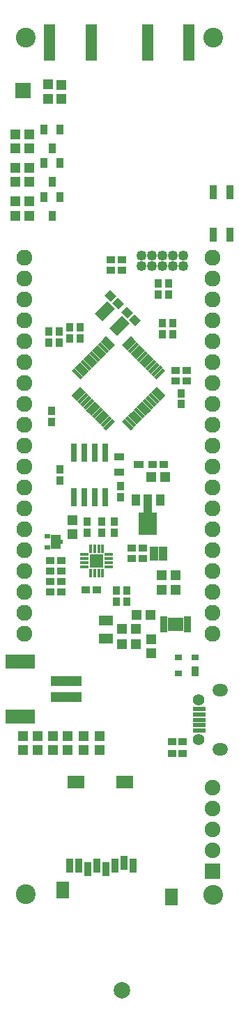
<source format=gbr>
G04 #@! TF.FileFunction,Soldermask,Top*
%FSLAX46Y46*%
G04 Gerber Fmt 4.6, Leading zero omitted, Abs format (unit mm)*
G04 Created by KiCad (PCBNEW 4.0.6) date 06/09/17 16:27:28*
%MOMM*%
%LPD*%
G01*
G04 APERTURE LIST*
%ADD10C,0.100000*%
%ADD11R,0.901700X1.701800*%
%ADD12R,2.001520X1.602740*%
%ADD13R,1.602740X2.103120*%
%ADD14O,1.930400X1.930400*%
%ADD15R,1.003200X0.853200*%
%ADD16R,1.553200X0.603200*%
%ADD17C,1.403200*%
%ADD18O,1.903200X1.503200*%
%ADD19R,1.003200X1.403200*%
%ADD20R,1.003200X2.403200*%
%ADD21R,2.203200X2.703200*%
%ADD22R,0.803200X2.203200*%
%ADD23R,0.903200X1.203200*%
%ADD24R,0.903200X0.803200*%
%ADD25R,1.703200X1.203200*%
%ADD26R,0.903200X1.103200*%
%ADD27R,1.103200X0.903200*%
%ADD28C,2.403200*%
%ADD29O,1.253200X1.253200*%
%ADD30R,1.303200X1.203200*%
%ADD31R,0.700000X0.600000*%
%ADD32R,1.300000X1.800000*%
%ADD33R,0.450000X0.600000*%
%ADD34R,3.703200X1.203200*%
%ADD35R,3.603200X1.703200*%
%ADD36R,1.203200X1.303200*%
%ADD37R,1.253200X0.853200*%
%ADD38R,0.890000X0.890000*%
%ADD39R,0.420000X0.990000*%
%ADD40R,0.990000X0.420000*%
%ADD41R,0.990000X0.440000*%
%ADD42R,1.473200X4.403200*%
%ADD43R,1.903200X1.903200*%
%ADD44O,1.903200X1.903200*%
%ADD45R,0.903200X1.653200*%
%ADD46R,0.853200X1.253200*%
%ADD47R,0.953200X0.503200*%
%ADD48R,1.078200X0.928200*%
%ADD49C,2.000000*%
G04 APERTURE END LIST*
D10*
D11*
X14499220Y-23137520D03*
X13399400Y-22738740D03*
X12299580Y-23137520D03*
X11199760Y-23538840D03*
X10099940Y-23137520D03*
X8997580Y-23538840D03*
X7897760Y-23137520D03*
X6797940Y-23137520D03*
D12*
X7498980Y-12939420D03*
X13498460Y-12939420D03*
D13*
X5898780Y-26038200D03*
X19099160Y-26939900D03*
D14*
X24130000Y17780000D03*
X24130000Y20320000D03*
X24130000Y22860000D03*
X24130000Y25400000D03*
X24130000Y50800000D03*
X24130000Y48260000D03*
X24130000Y45720000D03*
X24130000Y43180000D03*
X24130000Y40640000D03*
X24130000Y38100000D03*
X24130000Y35560000D03*
X24130000Y33020000D03*
X24130000Y30480000D03*
X24130000Y27940000D03*
X24130000Y15240000D03*
X24130000Y12700000D03*
X24130000Y10160000D03*
X24130000Y7620000D03*
X24130000Y5080000D03*
D10*
G36*
X10876937Y40951689D02*
X11197398Y41272150D01*
X12260321Y40209227D01*
X11939860Y39888766D01*
X10876937Y40951689D01*
X10876937Y40951689D01*
G37*
G36*
X10523384Y40598136D02*
X10843845Y40918597D01*
X11906768Y39855674D01*
X11586307Y39535213D01*
X10523384Y40598136D01*
X10523384Y40598136D01*
G37*
G36*
X10169830Y40244582D02*
X10490291Y40565043D01*
X11553214Y39502120D01*
X11232753Y39181659D01*
X10169830Y40244582D01*
X10169830Y40244582D01*
G37*
G36*
X9816277Y39891029D02*
X10136738Y40211490D01*
X11199661Y39148567D01*
X10879200Y38828106D01*
X9816277Y39891029D01*
X9816277Y39891029D01*
G37*
G36*
X9462724Y39537476D02*
X9783185Y39857937D01*
X10846108Y38795014D01*
X10525647Y38474553D01*
X9462724Y39537476D01*
X9462724Y39537476D01*
G37*
G36*
X9109170Y39183922D02*
X9429631Y39504383D01*
X10492554Y38441460D01*
X10172093Y38120999D01*
X9109170Y39183922D01*
X9109170Y39183922D01*
G37*
G36*
X8755617Y38830369D02*
X9076078Y39150830D01*
X10139001Y38087907D01*
X9818540Y37767446D01*
X8755617Y38830369D01*
X8755617Y38830369D01*
G37*
G36*
X8402063Y38476815D02*
X8722524Y38797276D01*
X9785447Y37734353D01*
X9464986Y37413892D01*
X8402063Y38476815D01*
X8402063Y38476815D01*
G37*
G36*
X8048510Y38123262D02*
X8368971Y38443723D01*
X9431894Y37380800D01*
X9111433Y37060339D01*
X8048510Y38123262D01*
X8048510Y38123262D01*
G37*
G36*
X7694957Y37769709D02*
X8015418Y38090170D01*
X9078341Y37027247D01*
X8757880Y36706786D01*
X7694957Y37769709D01*
X7694957Y37769709D01*
G37*
G36*
X7341403Y37416155D02*
X7661864Y37736616D01*
X8724787Y36673693D01*
X8404326Y36353232D01*
X7341403Y37416155D01*
X7341403Y37416155D01*
G37*
G36*
X6987850Y37062602D02*
X7308311Y37383063D01*
X8371234Y36320140D01*
X8050773Y35999679D01*
X6987850Y37062602D01*
X6987850Y37062602D01*
G37*
G36*
X7308311Y33736937D02*
X6987850Y34057398D01*
X8050773Y35120321D01*
X8371234Y34799860D01*
X7308311Y33736937D01*
X7308311Y33736937D01*
G37*
G36*
X7661864Y33383384D02*
X7341403Y33703845D01*
X8404326Y34766768D01*
X8724787Y34446307D01*
X7661864Y33383384D01*
X7661864Y33383384D01*
G37*
G36*
X8015418Y33029830D02*
X7694957Y33350291D01*
X8757880Y34413214D01*
X9078341Y34092753D01*
X8015418Y33029830D01*
X8015418Y33029830D01*
G37*
G36*
X8368971Y32676277D02*
X8048510Y32996738D01*
X9111433Y34059661D01*
X9431894Y33739200D01*
X8368971Y32676277D01*
X8368971Y32676277D01*
G37*
G36*
X8722524Y32322724D02*
X8402063Y32643185D01*
X9464986Y33706108D01*
X9785447Y33385647D01*
X8722524Y32322724D01*
X8722524Y32322724D01*
G37*
G36*
X9076078Y31969170D02*
X8755617Y32289631D01*
X9818540Y33352554D01*
X10139001Y33032093D01*
X9076078Y31969170D01*
X9076078Y31969170D01*
G37*
G36*
X9429631Y31615617D02*
X9109170Y31936078D01*
X10172093Y32999001D01*
X10492554Y32678540D01*
X9429631Y31615617D01*
X9429631Y31615617D01*
G37*
G36*
X9783185Y31262063D02*
X9462724Y31582524D01*
X10525647Y32645447D01*
X10846108Y32324986D01*
X9783185Y31262063D01*
X9783185Y31262063D01*
G37*
G36*
X10136738Y30908510D02*
X9816277Y31228971D01*
X10879200Y32291894D01*
X11199661Y31971433D01*
X10136738Y30908510D01*
X10136738Y30908510D01*
G37*
G36*
X10490291Y30554957D02*
X10169830Y30875418D01*
X11232753Y31938341D01*
X11553214Y31617880D01*
X10490291Y30554957D01*
X10490291Y30554957D01*
G37*
G36*
X10843845Y30201403D02*
X10523384Y30521864D01*
X11586307Y31584787D01*
X11906768Y31264326D01*
X10843845Y30201403D01*
X10843845Y30201403D01*
G37*
G36*
X11197398Y29847850D02*
X10876937Y30168311D01*
X11939860Y31231234D01*
X12260321Y30910773D01*
X11197398Y29847850D01*
X11197398Y29847850D01*
G37*
G36*
X13139679Y30910773D02*
X13460140Y31231234D01*
X14523063Y30168311D01*
X14202602Y29847850D01*
X13139679Y30910773D01*
X13139679Y30910773D01*
G37*
G36*
X13493232Y31264326D02*
X13813693Y31584787D01*
X14876616Y30521864D01*
X14556155Y30201403D01*
X13493232Y31264326D01*
X13493232Y31264326D01*
G37*
G36*
X13846786Y31617880D02*
X14167247Y31938341D01*
X15230170Y30875418D01*
X14909709Y30554957D01*
X13846786Y31617880D01*
X13846786Y31617880D01*
G37*
G36*
X14200339Y31971433D02*
X14520800Y32291894D01*
X15583723Y31228971D01*
X15263262Y30908510D01*
X14200339Y31971433D01*
X14200339Y31971433D01*
G37*
G36*
X14553892Y32324986D02*
X14874353Y32645447D01*
X15937276Y31582524D01*
X15616815Y31262063D01*
X14553892Y32324986D01*
X14553892Y32324986D01*
G37*
G36*
X14907446Y32678540D02*
X15227907Y32999001D01*
X16290830Y31936078D01*
X15970369Y31615617D01*
X14907446Y32678540D01*
X14907446Y32678540D01*
G37*
G36*
X15260999Y33032093D02*
X15581460Y33352554D01*
X16644383Y32289631D01*
X16323922Y31969170D01*
X15260999Y33032093D01*
X15260999Y33032093D01*
G37*
G36*
X15614553Y33385647D02*
X15935014Y33706108D01*
X16997937Y32643185D01*
X16677476Y32322724D01*
X15614553Y33385647D01*
X15614553Y33385647D01*
G37*
G36*
X15968106Y33739200D02*
X16288567Y34059661D01*
X17351490Y32996738D01*
X17031029Y32676277D01*
X15968106Y33739200D01*
X15968106Y33739200D01*
G37*
G36*
X16321659Y34092753D02*
X16642120Y34413214D01*
X17705043Y33350291D01*
X17384582Y33029830D01*
X16321659Y34092753D01*
X16321659Y34092753D01*
G37*
G36*
X16675213Y34446307D02*
X16995674Y34766768D01*
X18058597Y33703845D01*
X17738136Y33383384D01*
X16675213Y34446307D01*
X16675213Y34446307D01*
G37*
G36*
X17028766Y34799860D02*
X17349227Y35120321D01*
X18412150Y34057398D01*
X18091689Y33736937D01*
X17028766Y34799860D01*
X17028766Y34799860D01*
G37*
G36*
X17349227Y35999679D02*
X17028766Y36320140D01*
X18091689Y37383063D01*
X18412150Y37062602D01*
X17349227Y35999679D01*
X17349227Y35999679D01*
G37*
G36*
X16995674Y36353232D02*
X16675213Y36673693D01*
X17738136Y37736616D01*
X18058597Y37416155D01*
X16995674Y36353232D01*
X16995674Y36353232D01*
G37*
G36*
X16642120Y36706786D02*
X16321659Y37027247D01*
X17384582Y38090170D01*
X17705043Y37769709D01*
X16642120Y36706786D01*
X16642120Y36706786D01*
G37*
G36*
X16288567Y37060339D02*
X15968106Y37380800D01*
X17031029Y38443723D01*
X17351490Y38123262D01*
X16288567Y37060339D01*
X16288567Y37060339D01*
G37*
G36*
X15935014Y37413892D02*
X15614553Y37734353D01*
X16677476Y38797276D01*
X16997937Y38476815D01*
X15935014Y37413892D01*
X15935014Y37413892D01*
G37*
G36*
X15581460Y37767446D02*
X15260999Y38087907D01*
X16323922Y39150830D01*
X16644383Y38830369D01*
X15581460Y37767446D01*
X15581460Y37767446D01*
G37*
G36*
X15227907Y38120999D02*
X14907446Y38441460D01*
X15970369Y39504383D01*
X16290830Y39183922D01*
X15227907Y38120999D01*
X15227907Y38120999D01*
G37*
G36*
X14874353Y38474553D02*
X14553892Y38795014D01*
X15616815Y39857937D01*
X15937276Y39537476D01*
X14874353Y38474553D01*
X14874353Y38474553D01*
G37*
G36*
X14520800Y38828106D02*
X14200339Y39148567D01*
X15263262Y40211490D01*
X15583723Y39891029D01*
X14520800Y38828106D01*
X14520800Y38828106D01*
G37*
G36*
X14167247Y39181659D02*
X13846786Y39502120D01*
X14909709Y40565043D01*
X15230170Y40244582D01*
X14167247Y39181659D01*
X14167247Y39181659D01*
G37*
G36*
X13813693Y39535213D02*
X13493232Y39855674D01*
X14556155Y40918597D01*
X14876616Y40598136D01*
X13813693Y39535213D01*
X13813693Y39535213D01*
G37*
G36*
X13460140Y39888766D02*
X13139679Y40209227D01*
X14202602Y41272150D01*
X14523063Y40951689D01*
X13460140Y39888766D01*
X13460140Y39888766D01*
G37*
D15*
X18076000Y14434000D03*
X18076000Y15284000D03*
X16976000Y15284000D03*
X16976000Y14434000D03*
D16*
X22500000Y-6675000D03*
X22500000Y-6025000D03*
X22500000Y-5375000D03*
X22500000Y-4725000D03*
X22500000Y-4075000D03*
D17*
X22425000Y-7800000D03*
X22425000Y-2950000D03*
D18*
X25075000Y-9000000D03*
X25075000Y-1750000D03*
D19*
X17780000Y21336000D03*
D20*
X16280000Y20836000D03*
D19*
X14780000Y21336000D03*
D21*
X16280000Y18486000D03*
D22*
X7239000Y27084000D03*
X8509000Y27084000D03*
X9779000Y27084000D03*
X11049000Y27084000D03*
X11049000Y21684000D03*
X9779000Y21684000D03*
X8509000Y21684000D03*
X7239000Y21684000D03*
D10*
G36*
X9849773Y44035040D02*
X11336960Y45522227D01*
X12258461Y44600726D01*
X10771274Y43113539D01*
X9849773Y44035040D01*
X9849773Y44035040D01*
G37*
G36*
X11617539Y42267274D02*
X13104726Y43754461D01*
X14026227Y42832960D01*
X12539040Y41345773D01*
X11617539Y42267274D01*
X11617539Y42267274D01*
G37*
D23*
X22000000Y500000D03*
D24*
X22000000Y2200000D03*
X20000000Y2200000D03*
X20000000Y300000D03*
D25*
X11150000Y6700000D03*
X11150000Y4500000D03*
D10*
G36*
X13360989Y45189670D02*
X12722330Y44551011D01*
X11942249Y45331092D01*
X12580908Y45969751D01*
X13360989Y45189670D01*
X13360989Y45189670D01*
G37*
G36*
X12441751Y46108908D02*
X11803092Y45470249D01*
X11023011Y46250330D01*
X11661670Y46888989D01*
X12441751Y46108908D01*
X12441751Y46108908D01*
G37*
G36*
X13055011Y44218330D02*
X13693670Y44856989D01*
X14473751Y44076908D01*
X13835092Y43438249D01*
X13055011Y44218330D01*
X13055011Y44218330D01*
G37*
G36*
X13974249Y43299092D02*
X14612908Y43937751D01*
X15392989Y43157670D01*
X14754330Y42519011D01*
X13974249Y43299092D01*
X13974249Y43299092D01*
G37*
D26*
X18034000Y41514000D03*
X18034000Y42814000D03*
X5461000Y40498000D03*
X5461000Y41798000D03*
X19304000Y41514000D03*
X19304000Y42814000D03*
X20320000Y34290000D03*
X20320000Y32990000D03*
X4572000Y32146000D03*
X4572000Y30846000D03*
X12446000Y10302000D03*
X12446000Y9002000D03*
D27*
X13096000Y50546000D03*
X11796000Y50546000D03*
X8748000Y10414000D03*
X10048000Y10414000D03*
D26*
X10668000Y17384000D03*
X10668000Y18684000D03*
D27*
X20500000Y-8000000D03*
X19200000Y-8000000D03*
X18176000Y25654000D03*
X16876000Y25654000D03*
D26*
X17526000Y46340000D03*
X17526000Y47640000D03*
X8890000Y18684000D03*
X8890000Y17384000D03*
D27*
X4430000Y13970000D03*
X5730000Y13970000D03*
X4430000Y12700000D03*
X5730000Y12700000D03*
X4430000Y11430000D03*
X5730000Y11430000D03*
X20970000Y35814000D03*
X19670000Y35814000D03*
X14336000Y14224000D03*
X15636000Y14224000D03*
X14336000Y15494000D03*
X15636000Y15494000D03*
D28*
X1400000Y-26600000D03*
X24200000Y-26700000D03*
X1400000Y77600000D03*
X24200000Y77600000D03*
D29*
X15494000Y49784000D03*
X15494000Y51054000D03*
X16764000Y49784000D03*
X16764000Y51054000D03*
X18034000Y49784000D03*
X18034000Y51054000D03*
X19304000Y49784000D03*
X19304000Y51054000D03*
X20574000Y49784000D03*
X20574000Y51054000D03*
D30*
X16676000Y24130000D03*
X18376000Y24130000D03*
D26*
X4191000Y40498000D03*
X4191000Y41798000D03*
D31*
X4026000Y16906000D03*
X4026000Y15606000D03*
D32*
X5076000Y16256000D03*
D33*
X5751000Y16256000D03*
D34*
X6350000Y-650000D03*
X6350000Y-2650000D03*
D35*
X800000Y1700000D03*
X800000Y-5000000D03*
D27*
X13096000Y49276000D03*
X11796000Y49276000D03*
D14*
X1270000Y17780000D03*
X1270000Y20320000D03*
X1270000Y22860000D03*
X1270000Y25400000D03*
X1270000Y50800000D03*
X1270000Y48260000D03*
X1270000Y45720000D03*
X1270000Y43180000D03*
X1270000Y40640000D03*
X1270000Y38100000D03*
X1270000Y35560000D03*
X1270000Y33020000D03*
X1270000Y30480000D03*
X1270000Y27940000D03*
X1270000Y15240000D03*
X1270000Y12700000D03*
X1270000Y10160000D03*
X1270000Y7620000D03*
X1270000Y5080000D03*
D36*
X7112000Y18884000D03*
X7112000Y17184000D03*
D26*
X13716000Y10302000D03*
X13716000Y9002000D03*
D37*
X12820000Y26604000D03*
X12820000Y24704000D03*
X15120000Y25654000D03*
D26*
X18796000Y46340000D03*
X18796000Y47640000D03*
D27*
X20970000Y37084000D03*
X19670000Y37084000D03*
X20500000Y-9500000D03*
X19200000Y-9500000D03*
X5730000Y10160000D03*
X4430000Y10160000D03*
D26*
X8001000Y41006000D03*
X8001000Y42306000D03*
X5588000Y25034000D03*
X5588000Y23734000D03*
X6731000Y41006000D03*
X6731000Y42306000D03*
X12192000Y17384000D03*
X12192000Y18684000D03*
X12954000Y21702000D03*
X12954000Y23002000D03*
D38*
X10414000Y14333000D03*
X9664000Y14333000D03*
X9664000Y13583000D03*
X10414000Y13583000D03*
D39*
X9289000Y12483000D03*
X9789000Y12483000D03*
X10289000Y12483000D03*
X10789000Y12483000D03*
D40*
X11514000Y13208000D03*
X11514000Y13708000D03*
D41*
X11514000Y14208000D03*
D40*
X11514000Y14708000D03*
D39*
X10789000Y15433000D03*
X10289000Y15433000D03*
X9789000Y15433000D03*
X9289000Y15433000D03*
D40*
X8564000Y14708000D03*
X8564000Y14208000D03*
X8564000Y13708000D03*
D41*
X8564000Y13208000D03*
D36*
X5776893Y70141213D03*
X5776893Y71841213D03*
D42*
X21250400Y77000000D03*
X16250400Y77000000D03*
D30*
X17950000Y12200000D03*
X19650000Y12200000D03*
X17950000Y10450000D03*
X19650000Y10450000D03*
D43*
X24100000Y-23800000D03*
D44*
X24100000Y-21260000D03*
X24100000Y-18720000D03*
X24100000Y-16180000D03*
X24100000Y-13640000D03*
D43*
X1066800Y71170800D03*
D30*
X13120000Y3810000D03*
X14820000Y3810000D03*
X16598000Y7366000D03*
X14898000Y7366000D03*
X13120000Y5715000D03*
X14820000Y5715000D03*
D36*
X16637000Y2706000D03*
X16637000Y4406000D03*
D45*
X24219000Y58754000D03*
X24219000Y53594000D03*
X26219000Y53594000D03*
X26219000Y58754000D03*
D36*
X6502400Y-9079600D03*
X6502400Y-7379600D03*
X2895600Y-9079600D03*
X2895600Y-7379600D03*
X4724400Y-9079600D03*
X4724400Y-7379600D03*
X1117600Y-9079600D03*
X1117600Y-7379600D03*
X8432800Y-9079600D03*
X8432800Y-7379600D03*
X10414000Y-9079600D03*
X10414000Y-7379600D03*
X4151293Y70154813D03*
X4151293Y71854813D03*
D30*
X1866000Y57667600D03*
X166000Y57667600D03*
X1866000Y61725200D03*
X166000Y61725200D03*
X1866000Y65786000D03*
X166000Y65786000D03*
D46*
X5572800Y58189600D03*
X3672800Y58189600D03*
X4622800Y55889600D03*
X5572800Y62298000D03*
X3672800Y62298000D03*
X4622800Y59998000D03*
X5572800Y66383600D03*
X3672800Y66383600D03*
X4622800Y64083600D03*
D30*
X166000Y55886400D03*
X1866000Y55886400D03*
X166000Y59998000D03*
X1866000Y59998000D03*
X166000Y64065200D03*
X1866000Y64065200D03*
D47*
X18164500Y6987000D03*
X18164500Y6487000D03*
X18164500Y5987000D03*
X18164500Y5487000D03*
X21064500Y5487000D03*
X21064500Y5987000D03*
X21064500Y6487000D03*
X21064500Y6987000D03*
D48*
X20052000Y5874500D03*
X20052000Y6599500D03*
X19177000Y5874500D03*
X19177000Y6599500D03*
D42*
X9358000Y77012800D03*
X4358000Y77012800D03*
D49*
X13150000Y-38275001D03*
X13150000Y-38275001D03*
M02*

</source>
